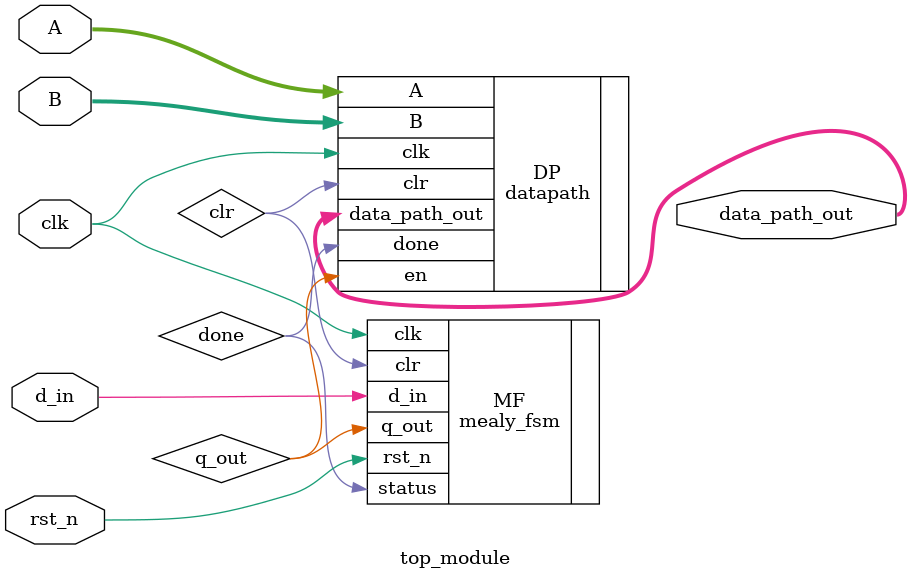
<source format=v>
`timescale 1ns / 1ps

module top_module(
 input clk,
 input rst_n,
 input d_in,
 input [3:0]A,
 input [3:0]B,
 output [7:0]data_path_out
    );
    
    // wires declaration.
    wire clr;
    wire q_out;
    wire done;
    
    // sequence detector instance (10101)
    mealy_fsm MF(.clk(clk),.rst_n(rst_n),.d_in(d_in),.q_out(q_out),.clr(clr),.status(done));
    
    // datapath instance
    datapath DP(.clk(clk),.en(q_out),.clr(clr),.A(A),.B(B),.done(done),.data_path_out(data_path_out));
    
endmodule

</source>
